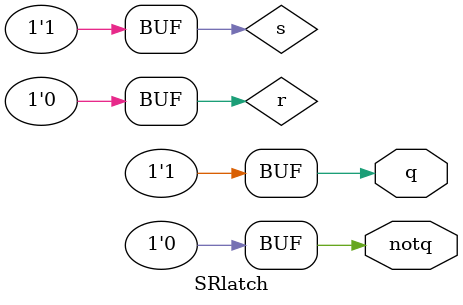
<source format=v>
module SRlatch(q,notq);
    //input wire s, r;
    output wire q, notq;
    wire s, r;
    assign s = 1'b1;
    assign r = 1'b0;
    // SRlatch
    assign q     = ~(r | notq);
    assign notq  = ~(s | q);
    
endmodule
</source>
